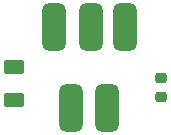
<source format=gbr>
%TF.GenerationSoftware,KiCad,Pcbnew,(6.0.9)*%
%TF.CreationDate,2023-01-27T23:50:43-09:00*%
%TF.ProjectId,HOTAS_Analog Stick Breakout,484f5441-535f-4416-9e61-6c6f67205374,rev?*%
%TF.SameCoordinates,Original*%
%TF.FileFunction,Paste,Top*%
%TF.FilePolarity,Positive*%
%FSLAX46Y46*%
G04 Gerber Fmt 4.6, Leading zero omitted, Abs format (unit mm)*
G04 Created by KiCad (PCBNEW (6.0.9)) date 2023-01-27 23:50:43*
%MOMM*%
%LPD*%
G01*
G04 APERTURE LIST*
G04 Aperture macros list*
%AMRoundRect*
0 Rectangle with rounded corners*
0 $1 Rounding radius*
0 $2 $3 $4 $5 $6 $7 $8 $9 X,Y pos of 4 corners*
0 Add a 4 corners polygon primitive as box body*
4,1,4,$2,$3,$4,$5,$6,$7,$8,$9,$2,$3,0*
0 Add four circle primitives for the rounded corners*
1,1,$1+$1,$2,$3*
1,1,$1+$1,$4,$5*
1,1,$1+$1,$6,$7*
1,1,$1+$1,$8,$9*
0 Add four rect primitives between the rounded corners*
20,1,$1+$1,$2,$3,$4,$5,0*
20,1,$1+$1,$4,$5,$6,$7,0*
20,1,$1+$1,$6,$7,$8,$9,0*
20,1,$1+$1,$8,$9,$2,$3,0*%
G04 Aperture macros list end*
%ADD10RoundRect,0.500000X-0.500000X-1.500000X0.500000X-1.500000X0.500000X1.500000X-0.500000X1.500000X0*%
%ADD11RoundRect,0.500000X0.500000X1.500000X-0.500000X1.500000X-0.500000X-1.500000X0.500000X-1.500000X0*%
%ADD12RoundRect,0.218750X-0.256250X0.218750X-0.256250X-0.218750X0.256250X-0.218750X0.256250X0.218750X0*%
%ADD13RoundRect,0.250000X-0.625000X0.375000X-0.625000X-0.375000X0.625000X-0.375000X0.625000X0.375000X0*%
G04 APERTURE END LIST*
D10*
%TO.C,J6*%
X107000000Y-80123200D03*
%TD*%
D11*
%TO.C,J5*%
X111498600Y-87000000D03*
%TD*%
%TO.C,J4*%
X108425200Y-87000000D03*
%TD*%
D10*
%TO.C,J3*%
X110127000Y-80148600D03*
%TD*%
%TO.C,J2*%
X113000000Y-80097800D03*
%TD*%
D12*
%TO.C,R1*%
X116096000Y-86041500D03*
X116096000Y-84466500D03*
%TD*%
D13*
%TO.C,C1*%
X103650000Y-86323800D03*
X103650000Y-83523800D03*
%TD*%
M02*

</source>
